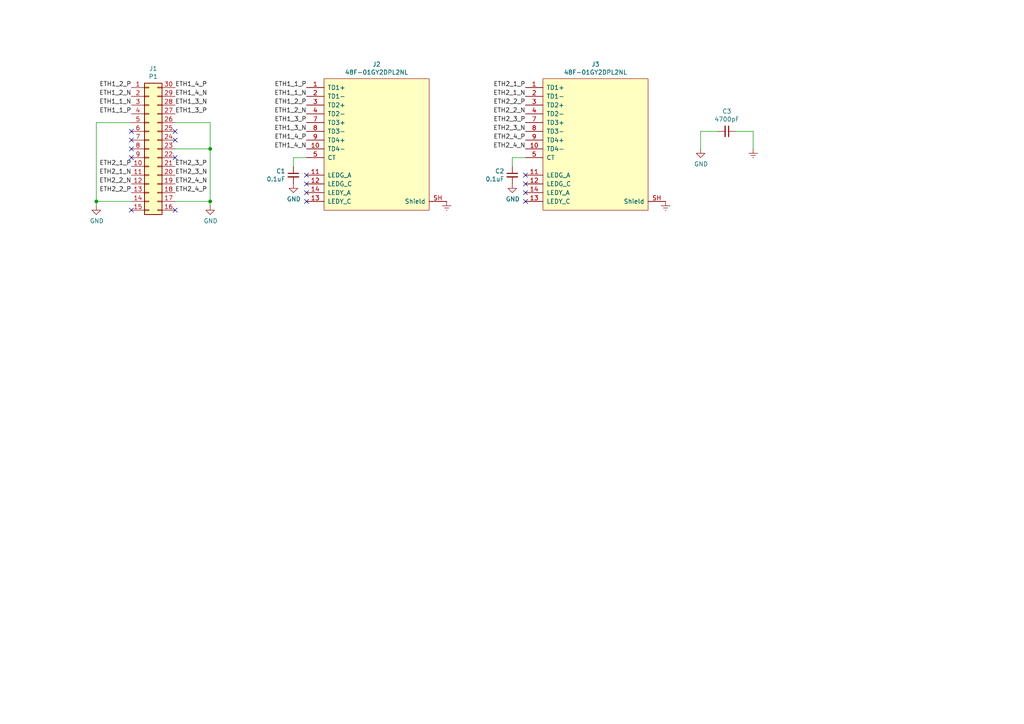
<source format=kicad_sch>
(kicad_sch (version 20211123) (generator eeschema)
  (paper "A4")
  (lib_symbols
    (symbol "48F-01GY2DPL2NL:48F-01GY2DPL2NL" (pin_names (offset 1.016))
      (property "Reference" "J" (at -13.97 19.05 0))
      (property "Value" "48F-01GY2DPL2NL" (at 5.08 19.05 0))
      (symbol "48F-01GY2DPL2NL_0_1"
        (rectangle (start -15.24 17.78) (end 15.24 -20.32) (fill (type background)))
      )
      (symbol "48F-01GY2DPL2NL_1_1"
        (pin bidirectional line (at -20.32 15.24 0) (length 5.08) (name "TD1+") (number "1"))
        (pin bidirectional line (at -20.32 -2.54 0) (length 5.08) (name "TD4-") (number "10"))
        (pin input line (at -20.32 -10.16 0) (length 5.08) (name "LEDG_A") (number "11"))
        (pin input line (at -20.32 -12.7 0) (length 5.08) (name "LEDG_C") (number "12"))
        (pin input line (at -20.32 -17.78 0) (length 5.08) (name "LEDY_C") (number "13"))
        (pin input line (at -20.32 -15.24 0) (length 5.08) (name "LEDY_A") (number "14"))
        (pin bidirectional line (at -20.32 12.7 0) (length 5.08) (name "TD1-") (number "2"))
        (pin bidirectional line (at -20.32 10.16 0) (length 5.08) (name "TD2+") (number "3"))
        (pin bidirectional line (at -20.32 7.62 0) (length 5.08) (name "TD2-") (number "4"))
        (pin bidirectional line (at -20.32 -5.08 0) (length 5.08) (name "CT") (number "5"))
        (pin bidirectional line (at -20.32 -5.08 0) (length 5.08) hide (name "CT") (number "6"))
        (pin bidirectional line (at -20.32 5.08 0) (length 5.08) (name "TD3+") (number "7"))
        (pin bidirectional line (at -20.32 2.54 0) (length 5.08) (name "TD3-") (number "8"))
        (pin bidirectional line (at -20.32 0 0) (length 5.08) (name "TD4+") (number "9"))
        (pin power_out line (at 20.32 -17.78 180) (length 5.08) (name "Shield") (number "SH"))
      )
    )
    (symbol "Connector_Generic:Conn_02x15_Counter_Clockwise" (pin_names (offset 1.016) hide)
      (property "Reference" "J" (at 1.27 20.32 0))
      (property "Value" "Conn_02x15_Counter_Clockwise" (at 1.27 -20.32 0))
      (symbol "Conn_02x15_Counter_Clockwise_1_1"
        (rectangle (start -1.27 -17.653) (end 0 -17.907) (stroke (width 0.1524)))
        (rectangle (start -1.27 -15.113) (end 0 -15.367) (stroke (width 0.1524)))
        (rectangle (start -1.27 -12.573) (end 0 -12.827) (stroke (width 0.1524)))
        (rectangle (start -1.27 -10.033) (end 0 -10.287) (stroke (width 0.1524)))
        (rectangle (start -1.27 -7.493) (end 0 -7.747) (stroke (width 0.1524)))
        (rectangle (start -1.27 -4.953) (end 0 -5.207) (stroke (width 0.1524)))
        (rectangle (start -1.27 -2.413) (end 0 -2.667) (stroke (width 0.1524)))
        (rectangle (start -1.27 0.127) (end 0 -0.127) (stroke (width 0.1524)))
        (rectangle (start -1.27 2.667) (end 0 2.413) (stroke (width 0.1524)))
        (rectangle (start -1.27 5.207) (end 0 4.953) (stroke (width 0.1524)))
        (rectangle (start -1.27 7.747) (end 0 7.493) (stroke (width 0.1524)))
        (rectangle (start -1.27 10.287) (end 0 10.033) (stroke (width 0.1524)))
        (rectangle (start -1.27 12.827) (end 0 12.573) (stroke (width 0.1524)))
        (rectangle (start -1.27 15.367) (end 0 15.113) (stroke (width 0.1524)))
        (rectangle (start -1.27 17.907) (end 0 17.653) (stroke (width 0.1524)))
        (rectangle (start -1.27 19.05) (end 3.81 -19.05) (stroke (width 0.254)) (fill (type background)))
        (rectangle (start 3.81 -17.653) (end 2.54 -17.907) (stroke (width 0.1524)))
        (rectangle (start 3.81 -15.113) (end 2.54 -15.367) (stroke (width 0.1524)))
        (rectangle (start 3.81 -12.573) (end 2.54 -12.827) (stroke (width 0.1524)))
        (rectangle (start 3.81 -10.033) (end 2.54 -10.287) (stroke (width 0.1524)))
        (rectangle (start 3.81 -7.493) (end 2.54 -7.747) (stroke (width 0.1524)))
        (rectangle (start 3.81 -4.953) (end 2.54 -5.207) (stroke (width 0.1524)))
        (rectangle (start 3.81 -2.413) (end 2.54 -2.667) (stroke (width 0.1524)))
        (rectangle (start 3.81 0.127) (end 2.54 -0.127) (stroke (width 0.1524)))
        (rectangle (start 3.81 2.667) (end 2.54 2.413) (stroke (width 0.1524)))
        (rectangle (start 3.81 5.207) (end 2.54 4.953) (stroke (width 0.1524)))
        (rectangle (start 3.81 7.747) (end 2.54 7.493) (stroke (width 0.1524)))
        (rectangle (start 3.81 10.287) (end 2.54 10.033) (stroke (width 0.1524)))
        (rectangle (start 3.81 12.827) (end 2.54 12.573) (stroke (width 0.1524)))
        (rectangle (start 3.81 15.367) (end 2.54 15.113) (stroke (width 0.1524)))
        (rectangle (start 3.81 17.907) (end 2.54 17.653) (stroke (width 0.1524)))
        (pin passive line (at -5.08 17.78 0) (length 3.81) (name "Pin_1") (number "1"))
        (pin passive line (at -5.08 -5.08 0) (length 3.81) (name "Pin_10") (number "10"))
        (pin passive line (at -5.08 -7.62 0) (length 3.81) (name "Pin_11") (number "11"))
        (pin passive line (at -5.08 -10.16 0) (length 3.81) (name "Pin_12") (number "12"))
        (pin passive line (at -5.08 -12.7 0) (length 3.81) (name "Pin_13") (number "13"))
        (pin passive line (at -5.08 -15.24 0) (length 3.81) (name "Pin_14") (number "14"))
        (pin passive line (at -5.08 -17.78 0) (length 3.81) (name "Pin_15") (number "15"))
        (pin passive line (at 7.62 -17.78 180) (length 3.81) (name "Pin_16") (number "16"))
        (pin passive line (at 7.62 -15.24 180) (length 3.81) (name "Pin_17") (number "17"))
        (pin passive line (at 7.62 -12.7 180) (length 3.81) (name "Pin_18") (number "18"))
        (pin passive line (at 7.62 -10.16 180) (length 3.81) (name "Pin_19") (number "19"))
        (pin passive line (at -5.08 15.24 0) (length 3.81) (name "Pin_2") (number "2"))
        (pin passive line (at 7.62 -7.62 180) (length 3.81) (name "Pin_20") (number "20"))
        (pin passive line (at 7.62 -5.08 180) (length 3.81) (name "Pin_21") (number "21"))
        (pin passive line (at 7.62 -2.54 180) (length 3.81) (name "Pin_22") (number "22"))
        (pin passive line (at 7.62 0 180) (length 3.81) (name "Pin_23") (number "23"))
        (pin passive line (at 7.62 2.54 180) (length 3.81) (name "Pin_24") (number "24"))
        (pin passive line (at 7.62 5.08 180) (length 3.81) (name "Pin_25") (number "25"))
        (pin passive line (at 7.62 7.62 180) (length 3.81) (name "Pin_26") (number "26"))
        (pin passive line (at 7.62 10.16 180) (length 3.81) (name "Pin_27") (number "27"))
        (pin passive line (at 7.62 12.7 180) (length 3.81) (name "Pin_28") (number "28"))
        (pin passive line (at 7.62 15.24 180) (length 3.81) (name "Pin_29") (number "29"))
        (pin passive line (at -5.08 12.7 0) (length 3.81) (name "Pin_3") (number "3"))
        (pin passive line (at 7.62 17.78 180) (length 3.81) (name "Pin_30") (number "30"))
        (pin passive line (at -5.08 10.16 0) (length 3.81) (name "Pin_4") (number "4"))
        (pin passive line (at -5.08 7.62 0) (length 3.81) (name "Pin_5") (number "5"))
        (pin passive line (at -5.08 5.08 0) (length 3.81) (name "Pin_6") (number "6"))
        (pin passive line (at -5.08 2.54 0) (length 3.81) (name "Pin_7") (number "7"))
        (pin passive line (at -5.08 0 0) (length 3.81) (name "Pin_8") (number "8"))
        (pin passive line (at -5.08 -2.54 0) (length 3.81) (name "Pin_9") (number "9"))
      )
    )
    (symbol "Device:C_Small" (pin_numbers hide) (pin_names (offset 0.254) hide)
      (property "Reference" "C" (at 0.254 1.778 0))
      (property "Value" "C_Small" (at 0.254 -2.032 0))
      (symbol "C_Small_0_1"
        (polyline (pts (xy -1.524 -0.508) (xy 1.524 -0.508)) (stroke (width 0.3302)))
        (polyline (pts (xy -1.524 0.508) (xy 1.524 0.508)) (stroke (width 0.3048)))
      )
      (symbol "C_Small_1_1"
        (pin passive line (at 0 2.54 270) (length 2.032) (name "~") (number "1"))
        (pin passive line (at 0 -2.54 90) (length 2.032) (name "~") (number "2"))
      )
    )
    (symbol "power:Earth" (power) (pin_names (offset 0))
      (symbol "Earth_0_1"
        (polyline (pts (xy -0.635 -1.905) (xy 0.635 -1.905)))
        (polyline (pts (xy -0.127 -2.54) (xy 0.127 -2.54)))
        (polyline (pts (xy 0 -1.27) (xy 0 0)))
        (polyline (pts (xy 1.27 -1.27) (xy -1.27 -1.27)))
      )
      (symbol "Earth_1_1"
        (pin power_in line (at 0 0 270) (length 0) hide (name "Earth") (number "1"))
      )
    )
    (symbol "power:GND" (power) (pin_names (offset 0))
      (property "Value" "GND" (at 0 -3.81 0))
      (symbol "GND_0_1"
        (polyline (pts (xy 0 0) (xy 0 -1.27) (xy 1.27 -1.27) (xy 0 -2.54) (xy -1.27 -1.27) (xy 0 -1.27)))
      )
      (symbol "GND_1_1"
        (pin power_in line (at 0 0 270) (length 0) hide (name "GND") (number "1"))
      )
    )
  )
  (junction (at 60.96 43.18))
  (junction (at 60.96 58.42))
  (junction (at 27.94 58.42))
  (no_connect (at 38.1 38.1))
  (no_connect (at 152.4 55.88))
  (no_connect (at 88.9 53.34))
  (no_connect (at 152.4 50.8))
  (no_connect (at 88.9 55.88))
  (no_connect (at 50.8 40.64))
  (no_connect (at 88.9 58.42))
  (no_connect (at 38.1 45.72))
  (no_connect (at 50.8 45.72))
  (no_connect (at 38.1 43.18))
  (no_connect (at 152.4 53.34))
  (no_connect (at 50.8 60.96))
  (no_connect (at 152.4 58.42))
  (no_connect (at 38.1 40.64))
  (no_connect (at 38.1 60.96))
  (no_connect (at 50.8 38.1))
  (no_connect (at 88.9 50.8))
  (wire (pts (xy 218.44 38.1) (xy 218.44 43.18)))
  (wire (pts (xy 27.94 59.69) (xy 27.94 58.42)))
  (wire (pts (xy 27.94 58.42) (xy 38.1 58.42)))
  (wire (pts (xy 50.8 43.18) (xy 60.96 43.18)))
  (wire (pts (xy 50.8 58.42) (xy 60.96 58.42)))
  (wire (pts (xy 203.2 38.1) (xy 203.2 43.18)))
  (wire (pts (xy 85.09 48.26) (xy 85.09 45.72)))
  (wire (pts (xy 213.36 38.1) (xy 218.44 38.1)))
  (wire (pts (xy 50.8 35.56) (xy 60.96 35.56)))
  (wire (pts (xy 148.59 48.26) (xy 148.59 45.72)))
  (wire (pts (xy 60.96 58.42) (xy 60.96 59.69)))
  (wire (pts (xy 60.96 35.56) (xy 60.96 43.18)))
  (wire (pts (xy 85.09 45.72) (xy 88.9 45.72)))
  (wire (pts (xy 60.96 43.18) (xy 60.96 58.42)))
  (wire (pts (xy 27.94 35.56) (xy 38.1 35.56)))
  (wire (pts (xy 27.94 58.42) (xy 27.94 35.56)))
  (wire (pts (xy 148.59 45.72) (xy 152.4 45.72)))
  (wire (pts (xy 208.28 38.1) (xy 203.2 38.1)))
  (label "ETH2_2_N" (at 38.1 53.34 180))
  (label "ETH2_4_P" (at 50.8 55.88 0))
  (label "ETH2_3_N" (at 50.8 50.8 0))
  (label "ETH1_4_P" (at 88.9 40.64 180))
  (label "ETH2_3_P" (at 50.8 48.26 0))
  (label "ETH1_2_P" (at 38.1 25.4 180))
  (label "ETH1_4_N" (at 50.8 27.94 0))
  (label "ETH2_3_N" (at 152.4 38.1 180))
  (label "ETH2_1_N" (at 152.4 27.94 180))
  (label "ETH1_2_P" (at 88.9 30.48 180))
  (label "ETH2_1_P" (at 38.1 48.26 180))
  (label "ETH1_1_N" (at 38.1 30.48 180))
  (label "ETH2_1_P" (at 152.4 25.4 180))
  (label "ETH2_3_P" (at 152.4 35.56 180))
  (label "ETH1_3_P" (at 50.8 33.02 0))
  (label "ETH2_4_N" (at 152.4 43.18 180))
  (label "ETH1_4_N" (at 88.9 43.18 180))
  (label "ETH2_2_P" (at 152.4 30.48 180))
  (label "ETH1_1_P" (at 88.9 25.4 180))
  (label "ETH1_2_N" (at 38.1 27.94 180))
  (label "ETH1_1_N" (at 88.9 27.94 180))
  (label "ETH1_4_P" (at 50.8 25.4 0))
  (label "ETH2_2_P" (at 38.1 55.88 180))
  (label "ETH1_1_P" (at 38.1 33.02 180))
  (label "ETH2_2_N" (at 152.4 33.02 180))
  (label "ETH1_2_N" (at 88.9 33.02 180))
  (label "ETH1_3_P" (at 88.9 35.56 180))
  (label "ETH1_3_N" (at 88.9 38.1 180))
  (label "ETH2_1_N" (at 38.1 50.8 180))
  (label "ETH1_3_N" (at 50.8 30.48 0))
  (label "ETH2_4_P" (at 152.4 40.64 180))
  (label "ETH2_4_N" (at 50.8 53.34 0))
  (symbol (lib_id "Connector_Generic:Conn_02x15_Counter_Clockwise") (at 43.18 43.18 0) (unit 1)
    (property "Reference" "J1" (at 44.45 19.8882 0))
    (property "Value" "P1" (at 44.45 22.1996 0))
    (property "Footprint" "PMOD:PinHeader_2x15_P2.54mm_Horizontal_PMOD" (effects hide))
  )
  (symbol (lib_id "48F-01GY2DPL2NL:48F-01GY2DPL2NL") (at 109.22 40.64 0) (unit 1)
    (property "Reference" "J2" (at 109.22 18.669 0))
    (property "Value" "48F-01GY2DPL2NL" (at 109.22 20.9804 0))
    (property "Footprint" "48F-01GY2DPL2NL:48F-01GY2DPL2NL" (effects hide))
    (property "Datasheet" "https://datasheet.lcsc.com/szlcsc/1811141115_Shanghai-YDS-Tech-48F-01GY2DPL2NL_C123172.pdf" (effects hide))
    (property "LCSC Part #" "C123172" (effects hide))
  )
  (symbol (lib_id "48F-01GY2DPL2NL:48F-01GY2DPL2NL") (at 172.72 40.64 0) (unit 1)
    (property "Reference" "J3" (at 172.72 18.669 0))
    (property "Value" "48F-01GY2DPL2NL" (at 172.72 20.9804 0))
    (property "Footprint" "48F-01GY2DPL2NL:48F-01GY2DPL2NL" (effects hide))
    (property "Datasheet" "https://datasheet.lcsc.com/szlcsc/1811141115_Shanghai-YDS-Tech-48F-01GY2DPL2NL_C123172.pdf" (effects hide))
    (property "LCSC Part #" "C123172" (effects hide))
  )
  (symbol (lib_id "power:Earth") (at 129.54 58.42 0) (unit 1)
    (property "Reference" "#PWR04" (effects hide))
    (property "Value" "Earth" (effects hide))
  )
  (symbol (lib_id "power:Earth") (at 193.04 58.42 0) (unit 1)
    (property "Reference" "#PWR06" (effects hide))
    (property "Value" "Earth" (effects hide))
  )
  (symbol (lib_id "power:Earth") (at 218.44 43.18 0) (unit 1)
    (property "Reference" "#PWR08" (effects hide))
    (property "Value" "Earth" (effects hide))
  )
  (symbol (lib_id "Device:C_Small") (at 210.82 38.1 270) (unit 1)
    (property "Reference" "C3" (at 210.82 32.2834 90))
    (property "Value" "4700pF" (at 210.82 34.5948 90))
    (property "Footprint" "Capacitor_SMD:C_1812_4532Metric" (effects hide))
    (property "LCSC Part #" "C304036" (effects hide))
    (property "MFR.Part #" "1812B472K202CT" (effects hide))
  )
  (symbol (lib_id "power:GND") (at 203.2 43.18 0) (unit 1)
    (property "Reference" "#PWR07" (effects hide))
    (property "Value" "GND" (at 203.327 47.5742 0))
  )
  (symbol (lib_id "Device:C_Small") (at 148.59 50.8 0) (unit 1)
    (property "Reference" "C2" (at 146.2786 49.6316 0) (effects (justify right)))
    (property "Value" "0.1uF" (at 146.2786 51.943 0) (effects (justify right)))
    (property "Footprint" "Capacitor_SMD:C_1206_3216Metric" (effects hide))
  )
  (symbol (lib_id "power:GND") (at 148.59 53.34 0) (unit 1)
    (property "Reference" "#PWR05" (effects hide))
    (property "Value" "GND" (at 148.717 57.7342 0))
  )
  (symbol (lib_id "Device:C_Small") (at 85.09 50.8 0) (unit 1)
    (property "Reference" "C1" (at 82.7786 49.6316 0) (effects (justify right)))
    (property "Value" "0.1uF" (at 82.7786 51.943 0) (effects (justify right)))
    (property "Footprint" "Capacitor_SMD:C_1206_3216Metric" (effects hide))
  )
  (symbol (lib_id "power:GND") (at 85.09 53.34 0) (unit 1)
    (property "Reference" "#PWR03" (effects hide))
    (property "Value" "GND" (at 85.217 57.7342 0))
  )
  (symbol (lib_id "power:GND") (at 60.96 59.69 0) (unit 1)
    (property "Reference" "#PWR02" (effects hide))
    (property "Value" "GND" (at 61.087 64.0842 0))
  )
  (symbol (lib_id "power:GND") (at 27.94 59.69 0) (unit 1)
    (property "Reference" "#PWR01" (effects hide))
    (property "Value" "GND" (at 28.067 64.0842 0))
  )
)
</source>
